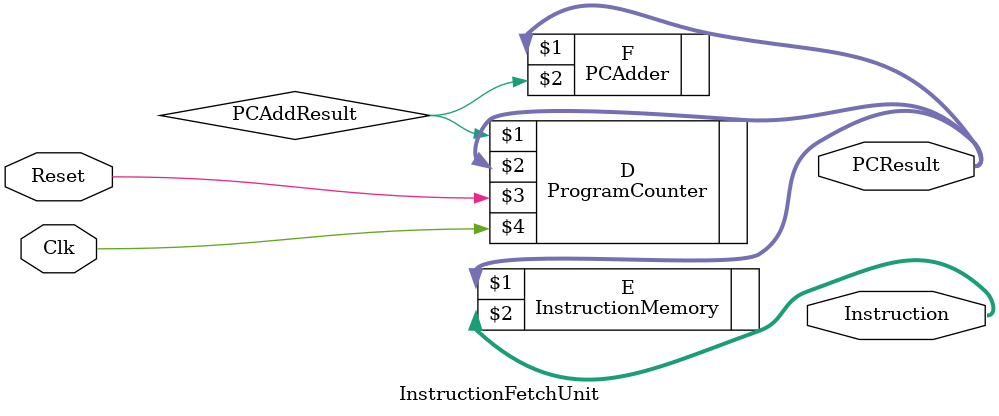
<source format=v>
`timescale 1ns / 1ps


module InstructionFetchUnit(Instruction, PCResult, Reset, Clk);

    /* Please fill in the implementation here... */
    input Clk, Reset;
    output [31:0] PCResult, Instruction;
    
    wire PCAddResult;
    
    //module ProgramCounter(Address, PCResult, Reset, Clk);
    
    ProgramCounter D( PCAddResult, PCResult, Reset, Clk);
    
    //module InstructionMemory(Address, Instruction); 
    
    InstructionMemory E(PCResult, Instruction);
    
    //module PCAdder(PCResult, PCAddResult);
    
    PCAdder F(PCResult, PCAddResult);
    
endmodule


</source>
